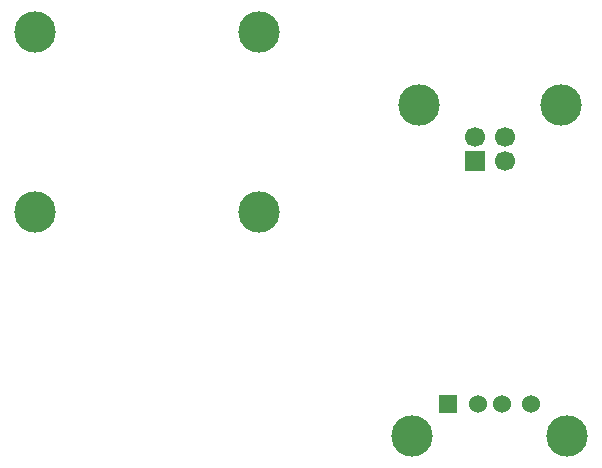
<source format=gtl>
%TF.GenerationSoftware,KiCad,Pcbnew,(6.0.6)*%
%TF.CreationDate,2022-07-25T19:50:51+03:00*%
%TF.ProjectId,USB_Power_Injector_V1.0,5553425f-506f-4776-9572-5f496e6a6563,rev?*%
%TF.SameCoordinates,PX70ea928PY7952f5c*%
%TF.FileFunction,Copper,L1,Top*%
%TF.FilePolarity,Positive*%
%FSLAX46Y46*%
G04 Gerber Fmt 4.6, Leading zero omitted, Abs format (unit mm)*
G04 Created by KiCad (PCBNEW (6.0.6)) date 2022-07-25 19:50:51*
%MOMM*%
%LPD*%
G01*
G04 APERTURE LIST*
%TA.AperFunction,ComponentPad*%
%ADD10R,1.524000X1.524000*%
%TD*%
%TA.AperFunction,ComponentPad*%
%ADD11C,1.524000*%
%TD*%
%TA.AperFunction,ComponentPad*%
%ADD12C,3.500000*%
%TD*%
%TA.AperFunction,ComponentPad*%
%ADD13R,1.700000X1.700000*%
%TD*%
%TA.AperFunction,ComponentPad*%
%ADD14C,1.700000*%
%TD*%
G04 APERTURE END LIST*
D10*
%TO.P,J4,1,VBUS*%
%TO.N,/USB_POWER*%
X47750000Y8000000D03*
D11*
%TO.P,J4,2,D-*%
%TO.N,/D_N*%
X50250000Y8000000D03*
%TO.P,J4,3,D+*%
%TO.N,/D_P*%
X52250000Y8000000D03*
%TO.P,J4,4,GND*%
%TO.N,GND*%
X54750000Y8000000D03*
D12*
%TO.P,J4,5,Shield*%
X57820000Y5290000D03*
X44680000Y5290000D03*
%TD*%
%TO.P,J2,1,Pin_1*%
%TO.N,GND*%
X12750000Y24250000D03*
X12750000Y39550000D03*
%TD*%
D13*
%TO.P,J3,1,VBUS*%
%TO.N,unconnected-(J3-Pad1)*%
X50000000Y28600000D03*
D14*
%TO.P,J3,2,D-*%
%TO.N,/D_N*%
X52500000Y28600000D03*
%TO.P,J3,3,D+*%
%TO.N,/D_P*%
X52500000Y30600000D03*
%TO.P,J3,4,GND*%
%TO.N,GND*%
X50000000Y30600000D03*
D12*
%TO.P,J3,5,Shield*%
X45230000Y33310000D03*
X57270000Y33310000D03*
%TD*%
%TO.P,J1,1,Pin_1*%
%TO.N,/USB_POWER*%
X31750000Y24250000D03*
X31750000Y39550000D03*
%TD*%
M02*

</source>
